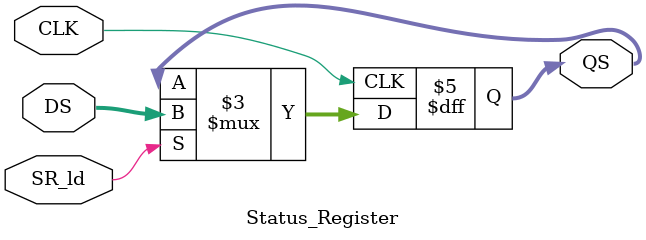
<source format=v>
/*
Author: Luis M. Rivera Negrón
Contributors: Adrian Soto Castillo, Julian A. Quiñones Pérez
Requisite of ICOM-4215
For: Prof. N. Rodriguez

*/

module multiplexer(output reg [31:0] Out, input [31:0] In_0, input [31:0] In_1, input [31:0] In_2, input [31:0] In_3, input [1:0]selection); 
//for state selection
    always @ (*)
        begin
            case(selection)
                2'b00: Out <= In_0;
                2'b01: Out <= In_1;
                2'b10: Out <= In_2;
                2'b11: Out <= In_3;
            endcase //ending selection case
        end //ending always
endmodule //ending multiplexer module

module multiplexer2(output reg [31:0] Out, input In_0, input In_1, input selection); 
    always @ (*)
        begin
            case(selection)
                1'b0: Out <= In_0;
                1'b1: Out <= In_1;
            endcase //ending selection case
        end //ending always
endmodule //ending multiplexer module

module MDR_MAR_IR(output reg [31:0] QS, input [31:0] DS, input CLK, ld); //MDR, MAR and Instruction Register modules. 
    initial QS <= 0;
    always @ (posedge CLK)
        if(ld)
            QS <= DS;
endmodule

module Status_Register(output reg [3:0] QS, input [3:0] DS, input CLK, SR_ld);
    initial QS <= 0;
    always @ (posedge CLK)
        if(SR_ld)
            QS <= DS;
endmodule

// module Condition_tester(output reg [3:0] Cond, input [3:0] IR, input [3:0] Flags);
// initial Cond <= 0;
//     always @ (*)

// endmodule

//--------------------------------- MODULE TESTS --------------------------------------------------------------------------

// MAR_MDR_IR MODULE TESTER ********************************************************** Result: Success
// module test_MAR_MDR_IR;
// parameter sym_time = 25;
// initial #sym_time $finish;
// reg CLK, ld;
// reg [31:0] DS;
// wire [31:0] QS;
// MDR_MAR_IR ir(QS, DS, CLK, ld);


// initial begin
//   $display(" CLK----ld-------------DS---------------QS-------------------Time");
//   $monitor(" %b ---- %b ---- %d ---- %d ---- %d",CLK, ld, DS, QS,$time);
// end

// initial begin
//   CLK = 1'b1;
//   repeat(25) #1 CLK = ~CLK;
// end

// initial begin
//   ld = 1'b1;
//   repeat(6) #4 ld = ~ld;
// end

// initial begin
//   DS = 32'b0000000000000000000000000000001;
//   repeat(24) #1  DS = DS+32'b0000000000000000000000000000001;
// end
// endmodule //ending MAR/MDR/IR test module

// STATUS REGISTER MODULE TESTER ********************************************************** Result: Success
// module test_statusRegister;
// parameter sym_time = 25;
// initial #sym_time $finish;
// reg CLK, SR_ld;
// reg [3:0] DS;
// wire [3:0] QS;
// Status_Register sr(QS, DS, CLK, SR_ld);


// initial begin
//   $display(" CLK----SR_ld---DS------QS-----------------------Time");
//   $monitor(" %b ---- %b ---- %d ---- %d ---- %d",CLK, SR_ld, DS, QS,$time);
// end

// initial begin
//   CLK = 1'b1;
//   repeat(25) #1 CLK = ~CLK;
// end

// initial begin
//   SR_ld = 1'b1;
//   repeat(6) #4 SR_ld = ~SR_ld;
// end

// initial begin
//   DS = 4'b0001;
//   repeat(24) #1  DS = DS+4'b0001;
// end
// endmodule //ending Status Register test module




</source>
